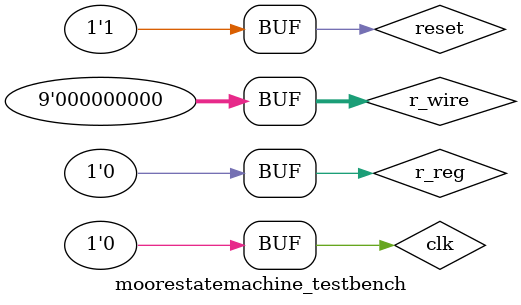
<source format=v>
/** 
*	Homework 3
*	Moore FSM testbench
*	Based upon material from ECE 351 lecture on April 18, 2019
*	by Dr. Greenwood, PSU
*
*	Stimulus sequence:
*		r = 001011110;
*	
*	Number of inputs:
*		1
*
*	Number of outputs:
*		1
*	
**/

module moorestatemachine_testbench;

/* size of stimulus	*/
parameter r_size = 9;

/* Local connections	*/
  reg out;	// redeclaration
  reg r_reg;
  wire [(r_size -1 ):0] r_wire;
  reg clk;
 reg reset;	

/* Stimulus	parameters	*/
parameter r = 9'b001011110;

/* laps	*/
parameter laps = r_size;

/* Clock parameters	*/
parameter delay_on = 10;
parameter delay_off= 10;


/* Module instantiation	*/
moorestatemachine statemachine(.out(out), .r(r_wire[0]), .clk(clk), .state_reset(reset));

/* Internal connections	*/
assign r_wire = r_reg;

/* Logic	*/
initial
	begin
	r_reg = r;
	reset = 0;
		repeat(laps)
			begin
				r_reg = r_reg << 1;
			end
	reset = 1;
	end

/* Clock Timing	*/
always
	begin
		#delay_on clk = 1;
		#delay_off clk = 0;
	end
	
endmodule
</source>
